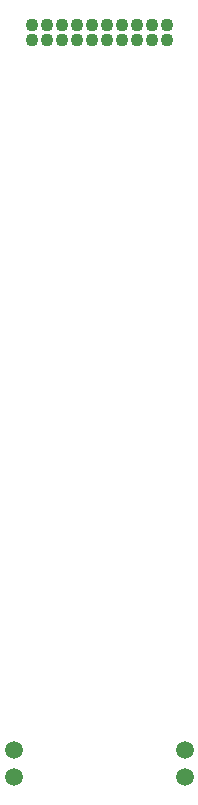
<source format=gbs>
G04 #@! TF.FileFunction,Soldermask,Bot*
%FSLAX46Y46*%
G04 Gerber Fmt 4.6, Leading zero omitted, Abs format (unit mm)*
G04 Created by KiCad (PCBNEW 4.1.0-alpha+201605071002+6776~44~ubuntu14.04.1-product) date Wed 29 Jun 2016 00:07:10 BST*
%MOMM*%
%LPD*%
G01*
G04 APERTURE LIST*
%ADD10C,0.100000*%
%ADD11C,1.500000*%
%ADD12C,1.100000*%
G04 APERTURE END LIST*
D10*
D11*
X148760500Y-126540000D03*
X163239500Y-126540000D03*
X148760500Y-128790000D03*
X163239500Y-128790000D03*
D12*
X161715000Y-65159000D03*
X161715000Y-66429000D03*
X160445000Y-65159000D03*
X160445000Y-66429000D03*
X159175000Y-65159000D03*
X159175000Y-66429000D03*
X157905000Y-65159000D03*
X157905000Y-66429000D03*
X156635000Y-65159000D03*
X156635000Y-66429000D03*
X155365000Y-65159000D03*
X155365000Y-66429000D03*
X154095000Y-65159000D03*
X154095000Y-66429000D03*
X152825000Y-65159000D03*
X152825000Y-66429000D03*
X151555000Y-65159000D03*
X151555000Y-66429000D03*
X150285000Y-65159000D03*
X150285000Y-66429000D03*
M02*

</source>
